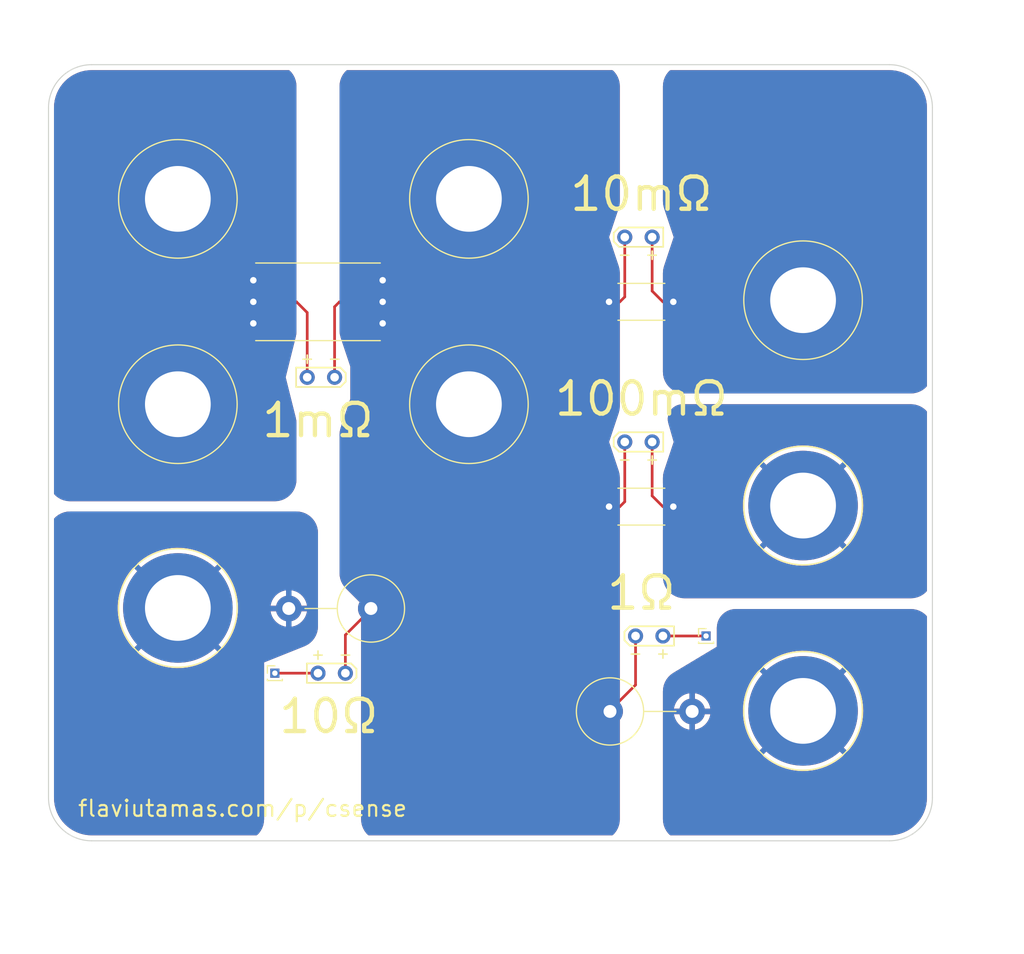
<source format=kicad_pcb>
(kicad_pcb (version 20211014) (generator pcbnew)
  (layers (0 "F.Cu" signal) (31 "B.Cu" signal) (34 "B.Paste" user) (35 "F.Paste" user) (36 "B.SilkS" user "B.Silkscreen") (37 "F.SilkS" user "F.Silkscreen") (38 "B.Mask" user) (39 "F.Mask" user) (44 "Edge.Cuts" user))
  (net 0 "")
  (net 1 "GND")
  (net 2 "Net-(J3-Pad1)")
  (net 3 "Net-(J6-Pad1)")
  (net 4 "Net-(J8-Pad1)")
  (net 5 "Net-(J10-Pad1)")
  (net 6 "Net-(J12-Pad1)")
  (footprint "Resistor_SMD:R_2512_6332Metric" (layer "F.Cu") (at 170 89 180)
    (fp_text reference "R3" hide)
    (fp_text value "100m")
    (fp_line (start -2.177064 1.71) (end 2.177064 1.71) (layer "F.SilkS") (width 0.12))
    (fp_line (start -2.177064 -1.71) (end 2.177064 -1.71) (layer "F.SilkS") (width 0.12))
    (pad "1" smd roundrect (at -2.9625 0 180) (size 1.225 3.35) (layers "F.Cu" "F.Paste" "F.Mask") (roundrect_rratio 0.204082) (net 4 "Net-(J8-Pad1)"))
    (pad "2" smd roundrect (at 2.9625 0 180) (size 1.225 3.35) (layers "F.Cu" "F.Paste" "F.Mask") (roundrect_rratio 0.204082) (net 1 "GND"))
  )
  (footprint "Library:TestPoint_2Pads_Pitch2.54mm_Drill1mm" (layer "F.Cu") (at 140 104.45)
    (fp_text reference "TP5" hide)
    (fp_text value "TestPoint_2Pole")
    (fp_text user "-" (at 2.55 -1.75 unlocked) (layer "F.SilkS"))
    (fp_text user "+" (at 0 -1.75 unlocked) (layer "F.SilkS"))
    (fp_line (start -0.53 0.9) (end -1.03 0.9) (layer "F.SilkS") (width 0.15))
    (fp_line (start 3.07 -0.9) (end 3.57 -0.4) (layer "F.SilkS") (width 0.15))
    (fp_line (start 3.57 0.4) (end 3.07 0.9) (layer "F.SilkS") (width 0.15))
    (fp_line (start -0.53 -0.9) (end 3.07 -0.9) (layer "F.SilkS") (width 0.15))
    (fp_line (start -1.03 0.9) (end -1.03 -0.9) (layer "F.SilkS") (width 0.15))
    (fp_line (start 3.57 -0.4) (end 3.57 0.4) (layer "F.SilkS") (width 0.15))
    (fp_line (start 3.07 0.9) (end -0.53 0.9) (layer "F.SilkS") (width 0.15))
    (fp_line (start -1.03 -0.9) (end -0.53 -0.9) (layer "F.SilkS") (width 0.15))
    (pad "1" thru_hole circle (at 0 0) (size 1.4 1.4) (drill 0.8) (layers *.Cu *.Mask) (net 6 "Net-(J12-Pad1)"))
    (pad "2" thru_hole circle (at 2.54 0) (size 1.4 1.4) (drill 0.8) (layers *.Cu *.Mask) (net 1 "GND"))
  )
  (footprint "Library:TestPoint_2Pads_Pitch2.54mm_Drill1mm" (layer "F.Cu") (at 171 64 180)
    (fp_text reference "TP2" hide)
    (fp_text value "TestPoint_2Pole")
    (fp_text user "+" (at 0 -1.75 180 unlocked) (layer "F.SilkS"))
    (fp_text user "-" (at 2.55 -1.75 180 unlocked) (layer "F.SilkS"))
    (fp_line (start -1.03 -0.9) (end -0.53 -0.9) (layer "F.SilkS") (width 0.15))
    (fp_line (start 3.57 -0.4) (end 3.57 0.4) (layer "F.SilkS") (width 0.15))
    (fp_line (start 3.57 0.4) (end 3.07 0.9) (layer "F.SilkS") (width 0.15))
    (fp_line (start -0.53 -0.9) (end 3.07 -0.9) (layer "F.SilkS") (width 0.15))
    (fp_line (start -0.53 0.9) (end -1.03 0.9) (layer "F.SilkS") (width 0.15))
    (fp_line (start -1.03 0.9) (end -1.03 -0.9) (layer "F.SilkS") (width 0.15))
    (fp_line (start 3.07 0.9) (end -0.53 0.9) (layer "F.SilkS") (width 0.15))
    (fp_line (start 3.07 -0.9) (end 3.57 -0.4) (layer "F.SilkS") (width 0.15))
    (pad "1" thru_hole circle (at 0 0 180) (size 1.4 1.4) (drill 0.8) (layers *.Cu *.Mask) (net 3 "Net-(J6-Pad1)"))
    (pad "2" thru_hole circle (at 2.54 0 180) (size 1.4 1.4) (drill 0.8) (layers *.Cu *.Mask) (net 1 "GND"))
  )
  (footprint "Resistor_THT:R_Axial_DIN0617_L17.0mm_D6.0mm_P7.62mm_Vertical" (layer "F.Cu") (at 167.09 108)
    (fp_text reference "R4" hide)
    (fp_text value "1")
    (fp_line (start 3.12 0) (end 6.12 0) (layer "F.SilkS") (width 0.12))
    (fp_circle (center 0 0) (end 3.12 0) (layer "F.SilkS") (width 0.12) (fill none))
    (pad "1" thru_hole circle (at 0 0) (size 2.4 2.4) (drill 1.2) (layers *.Cu *.Mask) (net 1 "GND"))
    (pad "2" thru_hole oval (at 7.62 0) (size 2.4 2.4) (drill 1.2) (layers *.Cu *.Mask) (net 5 "Net-(J10-Pad1)"))
  )
  (footprint "Library:TestPoint_2Pads_Pitch2.54mm_Drill1mm" (layer "F.Cu") (at 171 83 180)
    (fp_text reference "TP3" hide)
    (fp_text value "TestPoint_2Pole")
    (fp_text user "-" (at 2.55 -1.75 180 unlocked) (layer "F.SilkS"))
    (fp_text user "+" (at 0 -1.75 180 unlocked) (layer "F.SilkS"))
    (fp_line (start -1.03 0.9) (end -1.03 -0.9) (layer "F.SilkS") (width 0.15))
    (fp_line (start -0.53 -0.9) (end 3.07 -0.9) (layer "F.SilkS") (width 0.15))
    (fp_line (start 3.57 -0.4) (end 3.57 0.4) (layer "F.SilkS") (width 0.15))
    (fp_line (start 3.57 0.4) (end 3.07 0.9) (layer "F.SilkS") (width 0.15))
    (fp_line (start -1.03 -0.9) (end -0.53 -0.9) (layer "F.SilkS") (width 0.15))
    (fp_line (start 3.07 -0.9) (end 3.57 -0.4) (layer "F.SilkS") (width 0.15))
    (fp_line (start 3.07 0.9) (end -0.53 0.9) (layer "F.SilkS") (width 0.15))
    (fp_line (start -0.53 0.9) (end -1.03 0.9) (layer "F.SilkS") (width 0.15))
    (pad "1" thru_hole circle (at 0 0 180) (size 1.4 1.4) (drill 0.8) (layers *.Cu *.Mask) (net 4 "Net-(J8-Pad1)"))
    (pad "2" thru_hole circle (at 2.54 0 180) (size 1.4 1.4) (drill 0.8) (layers *.Cu *.Mask) (net 1 "GND"))
  )
  (footprint "Library:TestPoint_2Pads_Pitch2.54mm_Drill1mm" (layer "F.Cu") (at 139 77)
    (fp_text reference "TP1" hide)
    (fp_text value "TestPoint_2Pole")
    (fp_text user "-" (at 2.55 -1.75 unlocked) (layer "F.SilkS"))
    (fp_text user "+" (at 0 -1.75 unlocked) (layer "F.SilkS"))
    (fp_line (start -1.03 0.9) (end -1.03 -0.9) (layer "F.SilkS") (width 0.15))
    (fp_line (start 3.57 -0.4) (end 3.57 0.4) (layer "F.SilkS") (width 0.15))
    (fp_line (start 3.07 -0.9) (end 3.57 -0.4) (layer "F.SilkS") (width 0.15))
    (fp_line (start 3.57 0.4) (end 3.07 0.9) (layer "F.SilkS") (width 0.15))
    (fp_line (start 3.07 0.9) (end -0.53 0.9) (layer "F.SilkS") (width 0.15))
    (fp_line (start -1.03 -0.9) (end -0.53 -0.9) (layer "F.SilkS") (width 0.15))
    (fp_line (start -0.53 0.9) (end -1.03 0.9) (layer "F.SilkS") (width 0.15))
    (fp_line (start -0.53 -0.9) (end 3.07 -0.9) (layer "F.SilkS") (width 0.15))
    (pad "1" thru_hole circle (at 0 0) (size 1.4 1.4) (drill 0.8) (layers *.Cu *.Mask) (net 2 "Net-(J3-Pad1)"))
    (pad "2" thru_hole circle (at 2.54 0) (size 1.4 1.4) (drill 0.8) (layers *.Cu *.Mask) (net 1 "GND"))
  )
  (footprint "Connector:Banana_Jack_1Pin" (layer "F.Cu") (at 185 88.9 180)
    (fp_text reference "J8" hide)
    (fp_text value "Conn_01x01")
    (fp_circle (center 0 0) (end 5.5 0) (layer "F.SilkS") (width 0.12) (fill none))
    (pad "1" thru_hole circle (at 0 0 180) (size 10.16 10.16) (drill 6.1) (layers *.Cu *.Mask) (net 4 "Net-(J8-Pad1)"))
  )
  (footprint "Connector_PinHeader_1.00mm:PinHeader_1x01_P1.00mm_Vertical" (layer "F.Cu") (at 136 104.45)
    (fp_text reference "J13" hide)
    (fp_text value "Conn_01x01")
    (fp_line (start 0.608276 0.685) (end 0.695 0.685) (layer "F.SilkS") (width 0.12))
    (fp_line (start -0.695 -0.685) (end 0 -0.685) (layer "F.SilkS") (width 0.12))
    (fp_line (start -0.695 0.685) (end -0.608276 0.685) (layer "F.SilkS") (width 0.12))
    (fp_line (start 0.695 0.685) (end 0.695 0.56) (layer "F.SilkS") (width 0.12))
    (fp_line (start -0.695 0.685) (end -0.695 0.56) (layer "F.SilkS") (width 0.12))
    (fp_line (start -0.695 0.685) (end 0.695 0.685) (layer "F.SilkS") (width 0.12))
    (fp_line (start -0.695 0) (end -0.695 -0.685) (layer "F.SilkS") (width 0.12))
    (pad "1" thru_hole rect (at 0 0) (size 0.85 0.85) (drill 0.5) (layers *.Cu *.Mask) (net 6 "Net-(J12-Pad1)"))
  )
  (footprint "Connector_PinHeader_1.00mm:PinHeader_1x01_P1.00mm_Vertical" (layer "F.Cu") (at 176 101)
    (fp_text reference "J11" hide)
    (fp_text value "Conn_01x01")
    (fp_line (start 0.608276 0.685) (end 0.695 0.685) (layer "F.SilkS") (width 0.12))
    (fp_line (start -0.695 0.685) (end -0.695 0.56) (layer "F.SilkS") (width 0.12))
    (fp_line (start -0.695 -0.685) (end 0 -0.685) (layer "F.SilkS") (width 0.12))
    (fp_line (start -0.695 0.685) (end -0.608276 0.685) (layer "F.SilkS") (width 0.12))
    (fp_line (start -0.695 0.685) (end 0.695 0.685) (layer "F.SilkS") (width 0.12))
    (fp_line (start -0.695 0) (end -0.695 -0.685) (layer "F.SilkS") (width 0.12))
    (fp_line (start 0.695 0.685) (end 0.695 0.56) (layer "F.SilkS") (width 0.12))
    (pad "1" thru_hole rect (at 0 0) (size 0.85 0.85) (drill 0.5) (layers *.Cu *.Mask) (net 5 "Net-(J10-Pad1)"))
  )
  (footprint "Connector:Banana_Jack_1Pin" (layer "F.Cu") (at 127 98.4)
    (fp_text reference "J12" hide)
    (fp_text value "Conn_01x01")
    (fp_circle (center 0 0) (end 5.5 0) (layer "F.SilkS") (width 0.12) (fill none))
    (pad "1" thru_hole circle (at 0 0) (size 10.16 10.16) (drill 6.1) (layers *.Cu *.Mask) (net 6 "Net-(J12-Pad1)"))
  )
  (footprint "Resistor_SMD:R_2512_6332Metric" (layer "F.Cu") (at 170 70 180)
    (fp_text reference "R2" hide)
    (fp_text value "10m")
    (fp_line (start -2.177064 -1.71) (end 2.177064 -1.71) (layer "F.SilkS") (width 0.12))
    (fp_line (start -2.177064 1.71) (end 2.177064 1.71) (layer "F.SilkS") (width 0.12))
    (pad "1" smd roundrect (at -2.9625 0 180) (size 1.225 3.35) (layers "F.Cu" "F.Paste" "F.Mask") (roundrect_rratio 0.204082) (net 3 "Net-(J6-Pad1)"))
    (pad "2" smd roundrect (at 2.9625 0 180) (size 1.225 3.35) (layers "F.Cu" "F.Paste" "F.Mask") (roundrect_rratio 0.204082) (net 1 "GND"))
  )
  (footprint "Resistor_SMD:R_Shunt_Vishay_WSR2_WSR3" (layer "F.Cu") (at 140 70)
    (fp_text reference "R1" hide)
    (fp_text value "1m")
    (fp_line (start -5.78 3.6) (end 5.78 3.6) (layer "F.SilkS") (width 0.12))
    (fp_line (start -5.78 -3.6) (end 5.78 -3.6) (layer "F.SilkS") (width 0.12))
    (pad "1" smd rect (at -4.575 0) (size 3.94 5.84) (layers "F.Cu" "F.Paste" "F.Mask") (net 2 "Net-(J3-Pad1)"))
    (pad "2" smd rect (at 4.575 0) (size 3.94 5.84) (layers "F.Cu" "F.Paste" "F.Mask") (net 1 "GND"))
  )
  (footprint "Connector:Banana_Jack_1Pin" (layer "F.Cu") (at 185 107.95)
    (fp_text reference "J10" hide)
    (fp_text value "Conn_01x01")
    (fp_circle (center 0 0) (end 5.5 0) (layer "F.SilkS") (width 0.12) (fill none))
    (pad "1" thru_hole circle (at 0 0) (size 10.16 10.16) (drill 6.1) (layers *.Cu *.Mask) (net 5 "Net-(J10-Pad1)"))
  )
  (footprint "Library:TestPoint_2Pads_Pitch2.54mm_Drill1mm" (layer "F.Cu") (at 172 101 180)
    (fp_text reference "TP4" hide)
    (fp_text value "TestPoint_2Pole")
    (fp_text user "+" (at 0 -1.75 180 unlocked) (layer "F.SilkS"))
    (fp_text user "-" (at 2.55 -1.75 180 unlocked) (layer "F.SilkS"))
    (fp_line (start -1.03 0.9) (end -1.03 -0.9) (layer "F.SilkS") (width 0.15))
    (fp_line (start 3.07 -0.9) (end 3.57 -0.4) (layer "F.SilkS") (width 0.15))
    (fp_line (start 3.57 0.4) (end 3.07 0.9) (layer "F.SilkS") (width 0.15))
    (fp_line (start 3.57 -0.4) (end 3.57 0.4) (layer "F.SilkS") (width 0.15))
    (fp_line (start 3.07 0.9) (end -0.53 0.9) (layer "F.SilkS") (width 0.15))
    (fp_line (start -0.53 -0.9) (end 3.07 -0.9) (layer "F.SilkS") (width 0.15))
    (fp_line (start -0.53 0.9) (end -1.03 0.9) (layer "F.SilkS") (width 0.15))
    (fp_line (start -1.03 -0.9) (end -0.53 -0.9) (layer "F.SilkS") (width 0.15))
    (pad "1" thru_hole circle (at 0 0 180) (size 1.4 1.4) (drill 0.8) (layers *.Cu *.Mask) (net 5 "Net-(J10-Pad1)"))
    (pad "2" thru_hole circle (at 2.54 0 180) (size 1.4 1.4) (drill 0.8) (layers *.Cu *.Mask) (net 1 "GND"))
  )
  (footprint "Connector:Banana_Jack_1Pin" (layer "F.Cu") (at 154 79.5)
    (fp_text reference "J1" hide)
    (fp_text value "Conn_01x01")
    (fp_circle (center 0 0) (end 5.5 0) (layer "F.SilkS") (width 0.12) (fill none))
    (pad "1" thru_hole circle (at 0 0) (size 10.16 10.16) (drill 6.1) (layers *.Cu *.Mask) (net 1 "GND"))
  )
  (footprint "Connector:Banana_Jack_1Pin" (layer "F.Cu") (at 185 69.85 180)
    (fp_text reference "J6" hide)
    (fp_text value "Conn_01x01")
    (fp_circle (center 0 0) (end 5.5 0) (layer "F.SilkS") (width 0.12) (fill none))
    (pad "1" thru_hole circle (at 0 0 180) (size 10.16 10.16) (drill 6.1) (layers *.Cu *.Mask) (net 3 "Net-(J6-Pad1)"))
  )
  (footprint "Connector:Banana_Jack_1Pin" (layer "F.Cu") (at 127 60.45)
    (fp_text reference "J4" hide)
    (fp_text value "Conn_01x01")
    (fp_circle (center 0 0) (end 5.5 0) (layer "F.SilkS") (width 0.12) (fill none))
    (pad "1" thru_hole circle (at 0 0) (size 10.16 10.16) (drill 6.1) (layers *.Cu *.Mask) (net 2 "Net-(J3-Pad1)"))
  )
  (footprint "Connector:Banana_Jack_1Pin" (layer "F.Cu") (at 127 79.5)
    (fp_text reference "J3" hide)
    (fp_text value "Conn_01x01")
    (fp_circle (center 0 0) (end 5.5 0) (layer "F.SilkS") (width 0.12) (fill none))
    (pad "1" thru_hole circle (at 0 0) (size 10.16 10.16) (drill 6.1) (layers *.Cu *.Mask) (net 2 "Net-(J3-Pad1)"))
  )
  (footprint "Resistor_THT:R_Axial_DIN0617_L17.0mm_D6.0mm_P7.62mm_Vertical" (layer "F.Cu") (at 144.91 98.45 180)
    (fp_text reference "R5" hide)
    (fp_text value "10")
    (fp_line (start 3.12 0) (end 6.12 0) (layer "F.SilkS") (width 0.12))
    (fp_circle (center 0 0) (end 3.12 0) (layer "F.SilkS") (width 0.12) (fill none))
    (pad "1" thru_hole circle (at 0 0 180) (size 2.4 2.4) (drill 1.2) (layers *.Cu *.Mask) (net 1 "GND"))
    (pad "2" thru_hole oval (at 7.62 0 180) (size 2.4 2.4) (drill 1.2) (layers *.Cu *.Mask) (net 6 "Net-(J12-Pad1)"))
  )
  (footprint "Connector:Banana_Jack_1Pin" (layer "F.Cu") (at 154 60.45)
    (fp_text reference "J2" hide)
    (fp_text value "Conn_01x01")
    (fp_circle (center 0 0) (end 5.5 0) (layer "F.SilkS") (width 0.12) (fill none))
    (pad "1" thru_hole circle (at 0 0) (size 10.16 10.16) (drill 6.1) (layers *.Cu *.Mask) (net 1 "GND"))
  )
  (gr_arc (start 119 120) (mid 116.171573 118.828427) (end 115 116) (layer "Edge.Cuts") (width 0.1))
  (gr_line (start 193 48) (end 119 48) (layer "Edge.Cuts") (width 0.1))
  (gr_line (start 115 52) (end 115 116) (layer "Edge.Cuts") (width 0.1))
  (gr_line (start 197 116) (end 197 52) (layer "Edge.Cuts") (width 0.1))
  (gr_arc (start 193 48) (mid 195.828427 49.171573) (end 197 52) (layer "Edge.Cuts") (width 0.1))
  (gr_arc (start 197 116) (mid 195.828427 118.828427) (end 193 120) (layer "Edge.Cuts") (width 0.1))
  (gr_line (start 119 120) (end 193 120) (layer "Edge.Cuts") (width 0.1))
  (gr_arc (start 115 52) (mid 116.171573 49.171573) (end 119 48) (layer "Edge.Cuts") (width 0.1))
  (gr_text "1mΩ" (at 140 81) (layer "F.SilkS") (effects (font (size 3 3) (thickness 0.4))))
  (gr_text "10mΩ" (at 170 60) (layer "F.SilkS") (effects (font (size 3 3) (thickness 0.4))))
  (gr_text "10Ω" (at 141 108.45) (layer "F.SilkS") (effects (font (size 3 3) (thickness 0.4))))
  (gr_text "1Ω" (at 170 97) (layer "F.SilkS") (effects (font (size 3 3) (thickness 0.4))))
  (gr_text "flaviutamas.com/p/csense\n" (at 133 117) (layer "F.SilkS") (effects (font (size 1.5 1.5) (thickness 0.2))))
  (gr_text "100mΩ" (at 170 79) (layer "F.SilkS") (effects (font (size 3 3) (thickness 0.4))))
  (segment (start 168 70) (end 167 70) (width 0.25) (layer "F.Cu") (net 1))
  (segment (start 168 89) (end 167 89) (width 0.25) (layer "F.Cu") (net 1))
  (segment (start 168.46 69.54) (end 168 70) (width 0.25) (layer "F.Cu") (net 1))
  (segment (start 142 70) (end 144 70) (width 0.25) (layer "F.Cu") (net 1))
  (segment (start 141.54 70.46) (end 142 70) (width 0.25) (layer "F.Cu") (net 1))
  (segment (start 142.54 104.45) (end 142.54 100.91) (width 0.25) (layer "F.Cu") (net 1))
  (segment (start 168.46 88.54) (end 168 89) (width 0.25) (layer "F.Cu") (net 1))
  (segment (start 169.46 101) (end 169.46 105.54) (width 0.25) (layer "F.Cu") (net 1))
  (segment (start 169.46 105.54) (end 167 108) (width 0.25) (layer "F.Cu") (net 1))
  (segment (start 168.46 83) (end 168.46 88.54) (width 0.25) (layer "F.Cu") (net 1))
  (segment (start 141.54 77) (end 141.54 70.46) (width 0.25) (layer "F.Cu") (net 1))
  (segment (start 168.46 64) (end 168.46 69.54) (width 0.25) (layer "F.Cu") (net 1))
  (segment (start 142.54 100.91) (end 145 98.45) (width 0.25) (layer "F.Cu") (net 1))
  (via (at 146 72) (size 1) (drill 0.6) (layers "F.Cu" "B.Cu") (net 1))
  (via (at 146 68) (size 1) (drill 0.6) (layers "F.Cu" "B.Cu") (net 1))
  (via (at 167 70) (size 1) (drill 0.6) (layers "F.Cu" "B.Cu") (net 1))
  (via (at 167 89) (size 1) (drill 0.6) (layers "F.Cu" "B.Cu") (net 1))
  (via (at 146 70) (size 1) (drill 0.6) (layers "F.Cu" "B.Cu") (net 1))
  (segment (start 139 71) (end 139 77) (width 0.25) (layer "F.Cu") (net 2))
  (segment (start 135.425 70) (end 138 70) (width 0.25) (layer "F.Cu") (net 2))
  (segment (start 139 71) (end 138 70) (width 0.25) (layer "F.Cu") (net 2))
  (via (at 134 68) (size 1) (drill 0.6) (layers "F.Cu" "B.Cu") (net 2))
  (via (at 134 72) (size 1) (drill 0.6) (layers "F.Cu" "B.Cu") (net 2))
  (via (at 134 70) (size 1) (drill 0.6) (layers "F.Cu" "B.Cu") (net 2))
  (segment (start 172.9625 70) (end 172 70) (width 0.25) (layer "F.Cu") (net 3))
  (segment (start 171 69) (end 172 70) (width 0.25) (layer "F.Cu") (net 3))
  (segment (start 171 64) (end 171 69) (width 0.25) (layer "F.Cu") (net 3))
  (via (at 172.9625 70) (size 1) (drill 0.6) (layers "F.Cu" "B.Cu") (net 3))
  (segment (start 172.9625 89) (end 172 89) (width 0.25) (layer "F.Cu") (net 4))
  (segment (start 172 89) (end 171 88) (width 0.25) (layer "F.Cu") (net 4))
  (segment (start 171 83) (end 171 88) (width 0.25) (layer "F.Cu") (net 4))
  (via (at 172.9625 89) (size 1) (drill 0.6) (layers "F.Cu" "B.Cu") (net 4))
  (segment (start 172 101) (end 176 101) (width 0.25) (layer "F.Cu") (net 5))
  (segment (start 136 104.45) (end 140 104.45) (width 0.25) (layer "F.Cu") (net 6))
  (zone (net 6) (net_name "Net-(J12-Pad1)") (layers F&B.Cu) (connect_pads (clearance 0.508)) (min_thickness 0.254) (fill yes (thermal_gap 0.508) (thermal_bridge_width 0.508) (smoothing fillet) (radius 2))
    (polygon (pts (xy 110.5 89.45) (xy 140 89.45) (xy 140 101.45) (xy 135 103.45) (xy 135 127.95) (xy 110.5 127.95)))
  )
  (zone (net 5) (net_name "Net-(J10-Pad1)") (layers F&B.Cu) (connect_pads (clearance 0.508)) (min_thickness 0.254) (fill yes (thermal_gap 0.508) (thermal_bridge_width 0.508) (smoothing fillet) (radius 2))
    (polygon (pts (xy 205.5 130.5) (xy 172 130.5) (xy 172 105) (xy 177 102) (xy 177 98.5) (xy 205.5 98.5)))
  )
  (zone (net 4) (net_name "Net-(J8-Pad1)") (layers F&B.Cu) (connect_pads (clearance 0.508)) (min_thickness 0.254) (fill yes (thermal_gap 0.508) (thermal_bridge_width 0.508) (smoothing fillet) (radius 2))
    (polygon (pts (xy 205.5 97.5) (xy 172 97.5) (xy 172 86) (xy 173 83) (xy 172 79.5) (xy 205.5 79.5)))
  )
  (zone (net 1) (net_name "GND") (layers F&B.Cu) (connect_pads yes (clearance 0.508)) (min_thickness 0.254) (fill yes (thermal_gap 0.508) (thermal_bridge_width 0.508) (smoothing fillet) (radius 2))
    (polygon (pts (xy 168 61) (xy 167 64) (xy 168 67) (xy 168 80) (xy 167 83) (xy 168 86) (xy 168 121) (xy 144 121) (xy 144 98) (xy 142 96) (xy 142 82) (xy 143 79) (xy 143 76) (xy 142 73) (xy 142 45) (xy 168 45)))
  )
  (zone (net 3) (net_name "Net-(J6-Pad1)") (layers F&B.Cu) (connect_pads yes (clearance 0.508)) (min_thickness 0.254) (fill yes (thermal_gap 0.508) (thermal_bridge_width 0.508) (smoothing fillet) (radius 2))
    (polygon (pts (xy 205.5 78.5) (xy 172 78.5) (xy 172 67) (xy 173 64) (xy 172 61) (xy 172 42) (xy 205.5 42)))
  )
  (zone (net 2) (net_name "Net-(J3-Pad1)") (layers F&B.Cu) (connect_pads yes (clearance 0.508)) (min_thickness 0.254) (fill yes (thermal_gap 0.508) (thermal_bridge_width 0.508) (smoothing fillet) (radius 2))
    (polygon (pts (xy 138 42) (xy 138 67) (xy 138 73) (xy 137 77) (xy 138 81) (xy 138 88.5) (xy 110.5 88.5) (xy 110.5 42)))
  )
)
</source>
